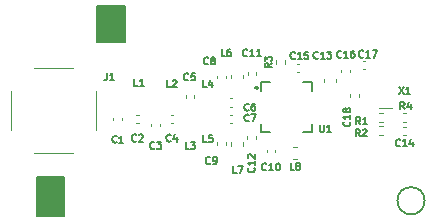
<source format=gto>
%TF.GenerationSoftware,KiCad,Pcbnew,(5.99.0-8703-ge6b2699d93)*%
%TF.CreationDate,2021-02-16T00:04:42+01:00*%
%TF.ProjectId,ax5243-test-board,61783532-3433-42d7-9465-73742d626f61,B*%
%TF.SameCoordinates,PX8954400PY4e33880*%
%TF.FileFunction,Legend,Top*%
%TF.FilePolarity,Positive*%
%FSLAX46Y46*%
G04 Gerber Fmt 4.6, Leading zero omitted, Abs format (unit mm)*
G04 Created by KiCad (PCBNEW (5.99.0-8703-ge6b2699d93)) date 2021-02-16 00:04:42*
%MOMM*%
%LPD*%
G01*
G04 APERTURE LIST*
%ADD10C,0.150000*%
%ADD11C,0.120000*%
G04 APERTURE END LIST*
D10*
X-14100000Y-5630000D02*
X-16400000Y-5630000D01*
X-16400000Y-5630000D02*
X-16400000Y-8900000D01*
X-16400000Y-8900000D02*
X-14100000Y-8900000D01*
X-14100000Y-8900000D02*
X-14100000Y-5630000D01*
G36*
X-14100000Y-5630000D02*
G01*
X-16400000Y-5630000D01*
X-16400000Y-8900000D01*
X-14100000Y-8900000D01*
X-14100000Y-5630000D01*
G37*
X-9000000Y8900000D02*
X-11300000Y8900000D01*
X-11300000Y8900000D02*
X-11300000Y5800000D01*
X-11300000Y5800000D02*
X-9000000Y5800000D01*
X-9000000Y5800000D02*
X-9000000Y8900000D01*
G36*
X-9000000Y8900000D02*
G01*
X-11300000Y8900000D01*
X-11300000Y5800000D01*
X-9000000Y5800000D01*
X-9000000Y8900000D01*
G37*
X16400000Y-7620000D02*
G75*
G03*
X16400000Y-7620000I-1150000J0D01*
G01*
%TO.C,C15*%
X5414285Y4425715D02*
X5385714Y4397143D01*
X5300000Y4368572D01*
X5242857Y4368572D01*
X5157142Y4397143D01*
X5100000Y4454286D01*
X5071428Y4511429D01*
X5042857Y4625715D01*
X5042857Y4711429D01*
X5071428Y4825715D01*
X5100000Y4882858D01*
X5157142Y4940000D01*
X5242857Y4968572D01*
X5300000Y4968572D01*
X5385714Y4940000D01*
X5414285Y4911429D01*
X5985714Y4368572D02*
X5642857Y4368572D01*
X5814285Y4368572D02*
X5814285Y4968572D01*
X5757142Y4882858D01*
X5700000Y4825715D01*
X5642857Y4797143D01*
X6528571Y4968572D02*
X6242857Y4968572D01*
X6214285Y4682858D01*
X6242857Y4711429D01*
X6300000Y4740000D01*
X6442857Y4740000D01*
X6500000Y4711429D01*
X6528571Y4682858D01*
X6557142Y4625715D01*
X6557142Y4482858D01*
X6528571Y4425715D01*
X6500000Y4397143D01*
X6442857Y4368572D01*
X6300000Y4368572D01*
X6242857Y4397143D01*
X6214285Y4425715D01*
%TO.C,C18*%
X10054285Y-935714D02*
X10082857Y-964285D01*
X10111428Y-1050000D01*
X10111428Y-1107142D01*
X10082857Y-1192857D01*
X10025714Y-1250000D01*
X9968571Y-1278571D01*
X9854285Y-1307142D01*
X9768571Y-1307142D01*
X9654285Y-1278571D01*
X9597142Y-1250000D01*
X9540000Y-1192857D01*
X9511428Y-1107142D01*
X9511428Y-1050000D01*
X9540000Y-964285D01*
X9568571Y-935714D01*
X10111428Y-364285D02*
X10111428Y-707142D01*
X10111428Y-535714D02*
X9511428Y-535714D01*
X9597142Y-592857D01*
X9654285Y-650000D01*
X9682857Y-707142D01*
X9768571Y-21428D02*
X9740000Y-78571D01*
X9711428Y-107142D01*
X9654285Y-135714D01*
X9625714Y-135714D01*
X9568571Y-107142D01*
X9540000Y-78571D01*
X9511428Y-21428D01*
X9511428Y92858D01*
X9540000Y150000D01*
X9568571Y178572D01*
X9625714Y207143D01*
X9654285Y207143D01*
X9711428Y178572D01*
X9740000Y150000D01*
X9768571Y92858D01*
X9768571Y-21428D01*
X9797142Y-78571D01*
X9825714Y-107142D01*
X9882857Y-135714D01*
X9997142Y-135714D01*
X10054285Y-107142D01*
X10082857Y-78571D01*
X10111428Y-21428D01*
X10111428Y92858D01*
X10082857Y150000D01*
X10054285Y178572D01*
X9997142Y207143D01*
X9882857Y207143D01*
X9825714Y178572D01*
X9797142Y150000D01*
X9768571Y92858D01*
%TO.C,L1*%
X-7900000Y2098572D02*
X-8185715Y2098572D01*
X-8185715Y2698572D01*
X-7385715Y2098572D02*
X-7728572Y2098572D01*
X-7557143Y2098572D02*
X-7557143Y2698572D01*
X-7614286Y2612858D01*
X-7671429Y2555715D01*
X-7728572Y2527143D01*
%TO.C,C13*%
X7364285Y4455715D02*
X7335714Y4427143D01*
X7250000Y4398572D01*
X7192857Y4398572D01*
X7107142Y4427143D01*
X7050000Y4484286D01*
X7021428Y4541429D01*
X6992857Y4655715D01*
X6992857Y4741429D01*
X7021428Y4855715D01*
X7050000Y4912858D01*
X7107142Y4970000D01*
X7192857Y4998572D01*
X7250000Y4998572D01*
X7335714Y4970000D01*
X7364285Y4941429D01*
X7935714Y4398572D02*
X7592857Y4398572D01*
X7764285Y4398572D02*
X7764285Y4998572D01*
X7707142Y4912858D01*
X7650000Y4855715D01*
X7592857Y4827143D01*
X8135714Y4998572D02*
X8507142Y4998572D01*
X8307142Y4770000D01*
X8392857Y4770000D01*
X8450000Y4741429D01*
X8478571Y4712858D01*
X8507142Y4655715D01*
X8507142Y4512858D01*
X8478571Y4455715D01*
X8450000Y4427143D01*
X8392857Y4398572D01*
X8221428Y4398572D01*
X8164285Y4427143D01*
X8135714Y4455715D01*
%TO.C,L4*%
X-2060000Y1988572D02*
X-2345715Y1988572D01*
X-2345715Y2588572D01*
X-1602858Y2388572D02*
X-1602858Y1988572D01*
X-1745715Y2617143D02*
X-1888572Y2188572D01*
X-1517143Y2188572D01*
%TO.C,C10*%
X3014285Y-5004285D02*
X2985714Y-5032857D01*
X2900000Y-5061428D01*
X2842857Y-5061428D01*
X2757142Y-5032857D01*
X2700000Y-4975714D01*
X2671428Y-4918571D01*
X2642857Y-4804285D01*
X2642857Y-4718571D01*
X2671428Y-4604285D01*
X2700000Y-4547142D01*
X2757142Y-4490000D01*
X2842857Y-4461428D01*
X2900000Y-4461428D01*
X2985714Y-4490000D01*
X3014285Y-4518571D01*
X3585714Y-5061428D02*
X3242857Y-5061428D01*
X3414285Y-5061428D02*
X3414285Y-4461428D01*
X3357142Y-4547142D01*
X3300000Y-4604285D01*
X3242857Y-4632857D01*
X3957142Y-4461428D02*
X4014285Y-4461428D01*
X4071428Y-4490000D01*
X4100000Y-4518571D01*
X4128571Y-4575714D01*
X4157142Y-4690000D01*
X4157142Y-4832857D01*
X4128571Y-4947142D01*
X4100000Y-5004285D01*
X4071428Y-5032857D01*
X4014285Y-5061428D01*
X3957142Y-5061428D01*
X3900000Y-5032857D01*
X3871428Y-5004285D01*
X3842857Y-4947142D01*
X3814285Y-4832857D01*
X3814285Y-4690000D01*
X3842857Y-4575714D01*
X3871428Y-4518571D01*
X3900000Y-4490000D01*
X3957142Y-4461428D01*
%TO.C,X1*%
X14214285Y1978572D02*
X14614285Y1378572D01*
X14614285Y1978572D02*
X14214285Y1378572D01*
X15157142Y1378572D02*
X14814285Y1378572D01*
X14985714Y1378572D02*
X14985714Y1978572D01*
X14928571Y1892858D01*
X14871428Y1835715D01*
X14814285Y1807143D01*
%TO.C,L6*%
X-500000Y4598572D02*
X-785715Y4598572D01*
X-785715Y5198572D01*
X-42858Y5198572D02*
X-157143Y5198572D01*
X-214286Y5170000D01*
X-242858Y5141429D01*
X-300000Y5055715D01*
X-328572Y4941429D01*
X-328572Y4712858D01*
X-300000Y4655715D01*
X-271429Y4627143D01*
X-214286Y4598572D01*
X-100000Y4598572D01*
X-42858Y4627143D01*
X-14286Y4655715D01*
X14285Y4712858D01*
X14285Y4855715D01*
X-14286Y4912858D01*
X-42858Y4941429D01*
X-100000Y4970000D01*
X-214286Y4970000D01*
X-271429Y4941429D01*
X-300000Y4912858D01*
X-328572Y4855715D01*
%TO.C,L8*%
X5350000Y-5001428D02*
X5064285Y-5001428D01*
X5064285Y-4401428D01*
X5635714Y-4658571D02*
X5578571Y-4630000D01*
X5550000Y-4601428D01*
X5521428Y-4544285D01*
X5521428Y-4515714D01*
X5550000Y-4458571D01*
X5578571Y-4430000D01*
X5635714Y-4401428D01*
X5750000Y-4401428D01*
X5807142Y-4430000D01*
X5835714Y-4458571D01*
X5864285Y-4515714D01*
X5864285Y-4544285D01*
X5835714Y-4601428D01*
X5807142Y-4630000D01*
X5750000Y-4658571D01*
X5635714Y-4658571D01*
X5578571Y-4687142D01*
X5550000Y-4715714D01*
X5521428Y-4772857D01*
X5521428Y-4887142D01*
X5550000Y-4944285D01*
X5578571Y-4972857D01*
X5635714Y-5001428D01*
X5750000Y-5001428D01*
X5807142Y-4972857D01*
X5835714Y-4944285D01*
X5864285Y-4887142D01*
X5864285Y-4772857D01*
X5835714Y-4715714D01*
X5807142Y-4687142D01*
X5750000Y-4658571D01*
%TO.C,J1*%
X-10500000Y3178572D02*
X-10500000Y2750000D01*
X-10528572Y2664286D01*
X-10585715Y2607143D01*
X-10671429Y2578572D01*
X-10728572Y2578572D01*
X-9900000Y2578572D02*
X-10242858Y2578572D01*
X-10071429Y2578572D02*
X-10071429Y3178572D01*
X-10128572Y3092858D01*
X-10185715Y3035715D01*
X-10242858Y3007143D01*
%TO.C,C4*%
X-5100000Y-2554285D02*
X-5128572Y-2582857D01*
X-5214286Y-2611428D01*
X-5271429Y-2611428D01*
X-5357143Y-2582857D01*
X-5414286Y-2525714D01*
X-5442858Y-2468571D01*
X-5471429Y-2354285D01*
X-5471429Y-2268571D01*
X-5442858Y-2154285D01*
X-5414286Y-2097142D01*
X-5357143Y-2040000D01*
X-5271429Y-2011428D01*
X-5214286Y-2011428D01*
X-5128572Y-2040000D01*
X-5100000Y-2068571D01*
X-4585715Y-2211428D02*
X-4585715Y-2611428D01*
X-4728572Y-1982857D02*
X-4871429Y-2411428D01*
X-4500000Y-2411428D01*
%TO.C,C7*%
X1500000Y-854285D02*
X1471428Y-882857D01*
X1385714Y-911428D01*
X1328571Y-911428D01*
X1242857Y-882857D01*
X1185714Y-825714D01*
X1157142Y-768571D01*
X1128571Y-654285D01*
X1128571Y-568571D01*
X1157142Y-454285D01*
X1185714Y-397142D01*
X1242857Y-340000D01*
X1328571Y-311428D01*
X1385714Y-311428D01*
X1471428Y-340000D01*
X1500000Y-368571D01*
X1700000Y-311428D02*
X2100000Y-311428D01*
X1842857Y-911428D01*
%TO.C,C3*%
X-6470000Y-3174285D02*
X-6498572Y-3202857D01*
X-6584286Y-3231428D01*
X-6641429Y-3231428D01*
X-6727143Y-3202857D01*
X-6784286Y-3145714D01*
X-6812858Y-3088571D01*
X-6841429Y-2974285D01*
X-6841429Y-2888571D01*
X-6812858Y-2774285D01*
X-6784286Y-2717142D01*
X-6727143Y-2660000D01*
X-6641429Y-2631428D01*
X-6584286Y-2631428D01*
X-6498572Y-2660000D01*
X-6470000Y-2688571D01*
X-6270000Y-2631428D02*
X-5898572Y-2631428D01*
X-6098572Y-2860000D01*
X-6012858Y-2860000D01*
X-5955715Y-2888571D01*
X-5927143Y-2917142D01*
X-5898572Y-2974285D01*
X-5898572Y-3117142D01*
X-5927143Y-3174285D01*
X-5955715Y-3202857D01*
X-6012858Y-3231428D01*
X-6184286Y-3231428D01*
X-6241429Y-3202857D01*
X-6270000Y-3174285D01*
%TO.C,C9*%
X-1760000Y-4444285D02*
X-1788572Y-4472857D01*
X-1874286Y-4501428D01*
X-1931429Y-4501428D01*
X-2017143Y-4472857D01*
X-2074286Y-4415714D01*
X-2102858Y-4358571D01*
X-2131429Y-4244285D01*
X-2131429Y-4158571D01*
X-2102858Y-4044285D01*
X-2074286Y-3987142D01*
X-2017143Y-3930000D01*
X-1931429Y-3901428D01*
X-1874286Y-3901428D01*
X-1788572Y-3930000D01*
X-1760000Y-3958571D01*
X-1474286Y-4501428D02*
X-1360000Y-4501428D01*
X-1302858Y-4472857D01*
X-1274286Y-4444285D01*
X-1217143Y-4358571D01*
X-1188572Y-4244285D01*
X-1188572Y-4015714D01*
X-1217143Y-3958571D01*
X-1245715Y-3930000D01*
X-1302858Y-3901428D01*
X-1417143Y-3901428D01*
X-1474286Y-3930000D01*
X-1502858Y-3958571D01*
X-1531429Y-4015714D01*
X-1531429Y-4158571D01*
X-1502858Y-4215714D01*
X-1474286Y-4244285D01*
X-1417143Y-4272857D01*
X-1302858Y-4272857D01*
X-1245715Y-4244285D01*
X-1217143Y-4215714D01*
X-1188572Y-4158571D01*
%TO.C,R3*%
X3451428Y4000000D02*
X3165714Y3800000D01*
X3451428Y3657143D02*
X2851428Y3657143D01*
X2851428Y3885715D01*
X2880000Y3942858D01*
X2908571Y3971429D01*
X2965714Y4000000D01*
X3051428Y4000000D01*
X3108571Y3971429D01*
X3137142Y3942858D01*
X3165714Y3885715D01*
X3165714Y3657143D01*
X2851428Y4200000D02*
X2851428Y4571429D01*
X3080000Y4371429D01*
X3080000Y4457143D01*
X3108571Y4514286D01*
X3137142Y4542858D01*
X3194285Y4571429D01*
X3337142Y4571429D01*
X3394285Y4542858D01*
X3422857Y4514286D01*
X3451428Y4457143D01*
X3451428Y4285715D01*
X3422857Y4228572D01*
X3394285Y4200000D01*
%TO.C,R1*%
X10970000Y-1161428D02*
X10770000Y-875714D01*
X10627142Y-1161428D02*
X10627142Y-561428D01*
X10855714Y-561428D01*
X10912857Y-590000D01*
X10941428Y-618571D01*
X10970000Y-675714D01*
X10970000Y-761428D01*
X10941428Y-818571D01*
X10912857Y-847142D01*
X10855714Y-875714D01*
X10627142Y-875714D01*
X11541428Y-1161428D02*
X11198571Y-1161428D01*
X11370000Y-1161428D02*
X11370000Y-561428D01*
X11312857Y-647142D01*
X11255714Y-704285D01*
X11198571Y-732857D01*
%TO.C,C8*%
X-1920000Y3985715D02*
X-1948572Y3957143D01*
X-2034286Y3928572D01*
X-2091429Y3928572D01*
X-2177143Y3957143D01*
X-2234286Y4014286D01*
X-2262858Y4071429D01*
X-2291429Y4185715D01*
X-2291429Y4271429D01*
X-2262858Y4385715D01*
X-2234286Y4442858D01*
X-2177143Y4500000D01*
X-2091429Y4528572D01*
X-2034286Y4528572D01*
X-1948572Y4500000D01*
X-1920000Y4471429D01*
X-1577143Y4271429D02*
X-1634286Y4300000D01*
X-1662858Y4328572D01*
X-1691429Y4385715D01*
X-1691429Y4414286D01*
X-1662858Y4471429D01*
X-1634286Y4500000D01*
X-1577143Y4528572D01*
X-1462858Y4528572D01*
X-1405715Y4500000D01*
X-1377143Y4471429D01*
X-1348572Y4414286D01*
X-1348572Y4385715D01*
X-1377143Y4328572D01*
X-1405715Y4300000D01*
X-1462858Y4271429D01*
X-1577143Y4271429D01*
X-1634286Y4242858D01*
X-1662858Y4214286D01*
X-1691429Y4157143D01*
X-1691429Y4042858D01*
X-1662858Y3985715D01*
X-1634286Y3957143D01*
X-1577143Y3928572D01*
X-1462858Y3928572D01*
X-1405715Y3957143D01*
X-1377143Y3985715D01*
X-1348572Y4042858D01*
X-1348572Y4157143D01*
X-1377143Y4214286D01*
X-1405715Y4242858D01*
X-1462858Y4271429D01*
%TO.C,U1*%
X7542857Y-1171428D02*
X7542857Y-1657142D01*
X7571428Y-1714285D01*
X7600000Y-1742857D01*
X7657142Y-1771428D01*
X7771428Y-1771428D01*
X7828571Y-1742857D01*
X7857142Y-1714285D01*
X7885714Y-1657142D01*
X7885714Y-1171428D01*
X8485714Y-1771428D02*
X8142857Y-1771428D01*
X8314285Y-1771428D02*
X8314285Y-1171428D01*
X8257142Y-1257142D01*
X8200000Y-1314285D01*
X8142857Y-1342857D01*
%TO.C,R4*%
X14700000Y148572D02*
X14500000Y434286D01*
X14357142Y148572D02*
X14357142Y748572D01*
X14585714Y748572D01*
X14642857Y720000D01*
X14671428Y691429D01*
X14700000Y634286D01*
X14700000Y548572D01*
X14671428Y491429D01*
X14642857Y462858D01*
X14585714Y434286D01*
X14357142Y434286D01*
X15214285Y548572D02*
X15214285Y148572D01*
X15071428Y777143D02*
X14928571Y348572D01*
X15300000Y348572D01*
%TO.C,L2*%
X-5100000Y1998572D02*
X-5385715Y1998572D01*
X-5385715Y2598572D01*
X-4928572Y2541429D02*
X-4900000Y2570000D01*
X-4842858Y2598572D01*
X-4700000Y2598572D01*
X-4642858Y2570000D01*
X-4614286Y2541429D01*
X-4585715Y2484286D01*
X-4585715Y2427143D01*
X-4614286Y2341429D01*
X-4957143Y1998572D01*
X-4585715Y1998572D01*
%TO.C,R2*%
X10930000Y-2181428D02*
X10730000Y-1895714D01*
X10587142Y-2181428D02*
X10587142Y-1581428D01*
X10815714Y-1581428D01*
X10872857Y-1610000D01*
X10901428Y-1638571D01*
X10930000Y-1695714D01*
X10930000Y-1781428D01*
X10901428Y-1838571D01*
X10872857Y-1867142D01*
X10815714Y-1895714D01*
X10587142Y-1895714D01*
X11158571Y-1638571D02*
X11187142Y-1610000D01*
X11244285Y-1581428D01*
X11387142Y-1581428D01*
X11444285Y-1610000D01*
X11472857Y-1638571D01*
X11501428Y-1695714D01*
X11501428Y-1752857D01*
X11472857Y-1838571D01*
X11130000Y-2181428D01*
X11501428Y-2181428D01*
%TO.C,C12*%
X1964285Y-4835714D02*
X1992857Y-4864285D01*
X2021428Y-4950000D01*
X2021428Y-5007142D01*
X1992857Y-5092857D01*
X1935714Y-5150000D01*
X1878571Y-5178571D01*
X1764285Y-5207142D01*
X1678571Y-5207142D01*
X1564285Y-5178571D01*
X1507142Y-5150000D01*
X1450000Y-5092857D01*
X1421428Y-5007142D01*
X1421428Y-4950000D01*
X1450000Y-4864285D01*
X1478571Y-4835714D01*
X2021428Y-4264285D02*
X2021428Y-4607142D01*
X2021428Y-4435714D02*
X1421428Y-4435714D01*
X1507142Y-4492857D01*
X1564285Y-4550000D01*
X1592857Y-4607142D01*
X1478571Y-4035714D02*
X1450000Y-4007142D01*
X1421428Y-3950000D01*
X1421428Y-3807142D01*
X1450000Y-3750000D01*
X1478571Y-3721428D01*
X1535714Y-3692857D01*
X1592857Y-3692857D01*
X1678571Y-3721428D01*
X2021428Y-4064285D01*
X2021428Y-3692857D01*
%TO.C,L7*%
X500000Y-5261428D02*
X214285Y-5261428D01*
X214285Y-4661428D01*
X642857Y-4661428D02*
X1042857Y-4661428D01*
X785714Y-5261428D01*
%TO.C,C17*%
X11224285Y4555715D02*
X11195714Y4527143D01*
X11110000Y4498572D01*
X11052857Y4498572D01*
X10967142Y4527143D01*
X10910000Y4584286D01*
X10881428Y4641429D01*
X10852857Y4755715D01*
X10852857Y4841429D01*
X10881428Y4955715D01*
X10910000Y5012858D01*
X10967142Y5070000D01*
X11052857Y5098572D01*
X11110000Y5098572D01*
X11195714Y5070000D01*
X11224285Y5041429D01*
X11795714Y4498572D02*
X11452857Y4498572D01*
X11624285Y4498572D02*
X11624285Y5098572D01*
X11567142Y5012858D01*
X11510000Y4955715D01*
X11452857Y4927143D01*
X11995714Y5098572D02*
X12395714Y5098572D01*
X12138571Y4498572D01*
%TO.C,L3*%
X-3550000Y-3241428D02*
X-3835715Y-3241428D01*
X-3835715Y-2641428D01*
X-3407143Y-2641428D02*
X-3035715Y-2641428D01*
X-3235715Y-2870000D01*
X-3150000Y-2870000D01*
X-3092858Y-2898571D01*
X-3064286Y-2927142D01*
X-3035715Y-2984285D01*
X-3035715Y-3127142D01*
X-3064286Y-3184285D01*
X-3092858Y-3212857D01*
X-3150000Y-3241428D01*
X-3321429Y-3241428D01*
X-3378572Y-3212857D01*
X-3407143Y-3184285D01*
%TO.C,C2*%
X-8000000Y-2554285D02*
X-8028572Y-2582857D01*
X-8114286Y-2611428D01*
X-8171429Y-2611428D01*
X-8257143Y-2582857D01*
X-8314286Y-2525714D01*
X-8342858Y-2468571D01*
X-8371429Y-2354285D01*
X-8371429Y-2268571D01*
X-8342858Y-2154285D01*
X-8314286Y-2097142D01*
X-8257143Y-2040000D01*
X-8171429Y-2011428D01*
X-8114286Y-2011428D01*
X-8028572Y-2040000D01*
X-8000000Y-2068571D01*
X-7771429Y-2068571D02*
X-7742858Y-2040000D01*
X-7685715Y-2011428D01*
X-7542858Y-2011428D01*
X-7485715Y-2040000D01*
X-7457143Y-2068571D01*
X-7428572Y-2125714D01*
X-7428572Y-2182857D01*
X-7457143Y-2268571D01*
X-7800000Y-2611428D01*
X-7428572Y-2611428D01*
%TO.C,C1*%
X-9670000Y-2654285D02*
X-9698572Y-2682857D01*
X-9784286Y-2711428D01*
X-9841429Y-2711428D01*
X-9927143Y-2682857D01*
X-9984286Y-2625714D01*
X-10012858Y-2568571D01*
X-10041429Y-2454285D01*
X-10041429Y-2368571D01*
X-10012858Y-2254285D01*
X-9984286Y-2197142D01*
X-9927143Y-2140000D01*
X-9841429Y-2111428D01*
X-9784286Y-2111428D01*
X-9698572Y-2140000D01*
X-9670000Y-2168571D01*
X-9098572Y-2711428D02*
X-9441429Y-2711428D01*
X-9270000Y-2711428D02*
X-9270000Y-2111428D01*
X-9327143Y-2197142D01*
X-9384286Y-2254285D01*
X-9441429Y-2282857D01*
%TO.C,C5*%
X-3590000Y2615715D02*
X-3618572Y2587143D01*
X-3704286Y2558572D01*
X-3761429Y2558572D01*
X-3847143Y2587143D01*
X-3904286Y2644286D01*
X-3932858Y2701429D01*
X-3961429Y2815715D01*
X-3961429Y2901429D01*
X-3932858Y3015715D01*
X-3904286Y3072858D01*
X-3847143Y3130000D01*
X-3761429Y3158572D01*
X-3704286Y3158572D01*
X-3618572Y3130000D01*
X-3590000Y3101429D01*
X-3047143Y3158572D02*
X-3332858Y3158572D01*
X-3361429Y2872858D01*
X-3332858Y2901429D01*
X-3275715Y2930000D01*
X-3132858Y2930000D01*
X-3075715Y2901429D01*
X-3047143Y2872858D01*
X-3018572Y2815715D01*
X-3018572Y2672858D01*
X-3047143Y2615715D01*
X-3075715Y2587143D01*
X-3132858Y2558572D01*
X-3275715Y2558572D01*
X-3332858Y2587143D01*
X-3361429Y2615715D01*
%TO.C,C16*%
X9344285Y4545715D02*
X9315714Y4517143D01*
X9230000Y4488572D01*
X9172857Y4488572D01*
X9087142Y4517143D01*
X9030000Y4574286D01*
X9001428Y4631429D01*
X8972857Y4745715D01*
X8972857Y4831429D01*
X9001428Y4945715D01*
X9030000Y5002858D01*
X9087142Y5060000D01*
X9172857Y5088572D01*
X9230000Y5088572D01*
X9315714Y5060000D01*
X9344285Y5031429D01*
X9915714Y4488572D02*
X9572857Y4488572D01*
X9744285Y4488572D02*
X9744285Y5088572D01*
X9687142Y5002858D01*
X9630000Y4945715D01*
X9572857Y4917143D01*
X10430000Y5088572D02*
X10315714Y5088572D01*
X10258571Y5060000D01*
X10230000Y5031429D01*
X10172857Y4945715D01*
X10144285Y4831429D01*
X10144285Y4602858D01*
X10172857Y4545715D01*
X10201428Y4517143D01*
X10258571Y4488572D01*
X10372857Y4488572D01*
X10430000Y4517143D01*
X10458571Y4545715D01*
X10487142Y4602858D01*
X10487142Y4745715D01*
X10458571Y4802858D01*
X10430000Y4831429D01*
X10372857Y4860000D01*
X10258571Y4860000D01*
X10201428Y4831429D01*
X10172857Y4802858D01*
X10144285Y4745715D01*
%TO.C,L5*%
X-2050000Y-2661428D02*
X-2335715Y-2661428D01*
X-2335715Y-2061428D01*
X-1564286Y-2061428D02*
X-1850000Y-2061428D01*
X-1878572Y-2347142D01*
X-1850000Y-2318571D01*
X-1792858Y-2290000D01*
X-1650000Y-2290000D01*
X-1592858Y-2318571D01*
X-1564286Y-2347142D01*
X-1535715Y-2404285D01*
X-1535715Y-2547142D01*
X-1564286Y-2604285D01*
X-1592858Y-2632857D01*
X-1650000Y-2661428D01*
X-1792858Y-2661428D01*
X-1850000Y-2632857D01*
X-1878572Y-2604285D01*
%TO.C,C14*%
X14314285Y-2974285D02*
X14285714Y-3002857D01*
X14200000Y-3031428D01*
X14142857Y-3031428D01*
X14057142Y-3002857D01*
X14000000Y-2945714D01*
X13971428Y-2888571D01*
X13942857Y-2774285D01*
X13942857Y-2688571D01*
X13971428Y-2574285D01*
X14000000Y-2517142D01*
X14057142Y-2460000D01*
X14142857Y-2431428D01*
X14200000Y-2431428D01*
X14285714Y-2460000D01*
X14314285Y-2488571D01*
X14885714Y-3031428D02*
X14542857Y-3031428D01*
X14714285Y-3031428D02*
X14714285Y-2431428D01*
X14657142Y-2517142D01*
X14600000Y-2574285D01*
X14542857Y-2602857D01*
X15400000Y-2631428D02*
X15400000Y-3031428D01*
X15257142Y-2402857D02*
X15114285Y-2831428D01*
X15485714Y-2831428D01*
%TO.C,C11*%
X1404285Y4655715D02*
X1375714Y4627143D01*
X1290000Y4598572D01*
X1232857Y4598572D01*
X1147142Y4627143D01*
X1090000Y4684286D01*
X1061428Y4741429D01*
X1032857Y4855715D01*
X1032857Y4941429D01*
X1061428Y5055715D01*
X1090000Y5112858D01*
X1147142Y5170000D01*
X1232857Y5198572D01*
X1290000Y5198572D01*
X1375714Y5170000D01*
X1404285Y5141429D01*
X1975714Y4598572D02*
X1632857Y4598572D01*
X1804285Y4598572D02*
X1804285Y5198572D01*
X1747142Y5112858D01*
X1690000Y5055715D01*
X1632857Y5027143D01*
X2547142Y4598572D02*
X2204285Y4598572D01*
X2375714Y4598572D02*
X2375714Y5198572D01*
X2318571Y5112858D01*
X2261428Y5055715D01*
X2204285Y5027143D01*
%TO.C,C6*%
X1500000Y45715D02*
X1471428Y17143D01*
X1385714Y-11428D01*
X1328571Y-11428D01*
X1242857Y17143D01*
X1185714Y74286D01*
X1157142Y131429D01*
X1128571Y245715D01*
X1128571Y331429D01*
X1157142Y445715D01*
X1185714Y502858D01*
X1242857Y560000D01*
X1328571Y588572D01*
X1385714Y588572D01*
X1471428Y560000D01*
X1500000Y531429D01*
X2014285Y588572D02*
X1900000Y588572D01*
X1842857Y560000D01*
X1814285Y531429D01*
X1757142Y445715D01*
X1728571Y331429D01*
X1728571Y102858D01*
X1757142Y45715D01*
X1785714Y17143D01*
X1842857Y-11428D01*
X1957142Y-11428D01*
X2014285Y17143D01*
X2042857Y45715D01*
X2071428Y102858D01*
X2071428Y245715D01*
X2042857Y302858D01*
X2014285Y331429D01*
X1957142Y360000D01*
X1842857Y360000D01*
X1785714Y331429D01*
X1757142Y302858D01*
X1728571Y245715D01*
D11*
%TO.C,C15*%
X5787836Y3960000D02*
X5572164Y3960000D01*
X5787836Y3240000D02*
X5572164Y3240000D01*
%TO.C,C18*%
X10830000Y1162164D02*
X10830000Y1377836D01*
X10110000Y1162164D02*
X10110000Y1377836D01*
%TO.C,C13*%
X7900000Y2409420D02*
X7900000Y2690580D01*
X8920000Y2409420D02*
X8920000Y2690580D01*
%TO.C,C10*%
X3760000Y-3507836D02*
X3760000Y-3292164D01*
X3040000Y-3507836D02*
X3040000Y-3292164D01*
%TO.C,X1*%
X12500000Y250000D02*
X13640000Y250000D01*
%TO.C,L6*%
X-10000Y3062779D02*
X-10000Y2737221D01*
X1010000Y3062779D02*
X1010000Y2737221D01*
%TO.C,L8*%
X5612779Y-3040000D02*
X5287221Y-3040000D01*
X5612779Y-4060000D02*
X5287221Y-4060000D01*
%TO.C,J1*%
X-11390000Y-1660000D02*
X-11390000Y1660000D01*
X-16660000Y3610000D02*
X-13340000Y3610000D01*
X-16660000Y-3610000D02*
X-13340000Y-3610000D01*
X-18610000Y-1660000D02*
X-18610000Y1660000D01*
%TO.C,C4*%
X-5107836Y-340000D02*
X-4892164Y-340000D01*
X-5107836Y-1060000D02*
X-4892164Y-1060000D01*
%TO.C,C7*%
X-107836Y-1060000D02*
X107836Y-1060000D01*
X-107836Y-340000D02*
X107836Y-340000D01*
%TO.C,C3*%
X-6760000Y-1307836D02*
X-6760000Y-1092164D01*
X-6040000Y-1307836D02*
X-6040000Y-1092164D01*
%TO.C,C9*%
X-440000Y-2662164D02*
X-440000Y-2877836D01*
X-1160000Y-2662164D02*
X-1160000Y-2877836D01*
%TO.C,R3*%
X4580000Y4253641D02*
X4580000Y3946359D01*
X3820000Y4253641D02*
X3820000Y3946359D01*
%TO.C,R1*%
X12853641Y-970000D02*
X12546359Y-970000D01*
X12853641Y-210000D02*
X12546359Y-210000D01*
%TO.C,C8*%
X-440000Y2967836D02*
X-440000Y2752164D01*
X-1160000Y2967836D02*
X-1160000Y2752164D01*
D10*
%TO.C,U1*%
X2573000Y-1104000D02*
X2573000Y-1827000D01*
X6104000Y-1827000D02*
X6827000Y-1827000D01*
X2573000Y2427000D02*
X3296000Y2427000D01*
X2573000Y-1827000D02*
X3296000Y-1827000D01*
X6827000Y2427000D02*
X6827000Y1704000D01*
X2573000Y1704000D02*
X2573000Y2427000D01*
X2065000Y1958000D02*
X2192000Y2085000D01*
X2192000Y2085000D02*
X2319000Y1958000D01*
X6827000Y-1827000D02*
X6827000Y-1104000D01*
X2319000Y1958000D02*
X2192000Y1831000D01*
X2192000Y1831000D02*
X2065000Y1958000D01*
X6104000Y2427000D02*
X6827000Y2427000D01*
D11*
%TO.C,R4*%
X14853641Y-990000D02*
X14546359Y-990000D01*
X14853641Y-230000D02*
X14546359Y-230000D01*
%TO.C,R2*%
X12863641Y-1310000D02*
X12556359Y-1310000D01*
X12863641Y-2070000D02*
X12556359Y-2070000D01*
%TO.C,C12*%
X2120000Y-2357836D02*
X2120000Y-2142164D01*
X1400000Y-2357836D02*
X1400000Y-2142164D01*
%TO.C,L7*%
X-10000Y-2637221D02*
X-10000Y-2962779D01*
X1010000Y-2637221D02*
X1010000Y-2962779D01*
%TO.C,C17*%
X11162164Y4220000D02*
X11377836Y4220000D01*
X11162164Y3500000D02*
X11377836Y3500000D01*
%TO.C,C2*%
X-8007836Y-340000D02*
X-7792164Y-340000D01*
X-8007836Y-1060000D02*
X-7792164Y-1060000D01*
%TO.C,C1*%
X-9960000Y-817836D02*
X-9960000Y-602164D01*
X-9240000Y-817836D02*
X-9240000Y-602164D01*
%TO.C,C5*%
X-3840000Y1297836D02*
X-3840000Y1082164D01*
X-3120000Y1297836D02*
X-3120000Y1082164D01*
%TO.C,C16*%
X9340000Y3477836D02*
X9340000Y3262164D01*
X10060000Y3477836D02*
X10060000Y3262164D01*
%TO.C,C14*%
X14807836Y-2060000D02*
X14592164Y-2060000D01*
X14807836Y-1340000D02*
X14592164Y-1340000D01*
%TO.C,C11*%
X2160000Y3237836D02*
X2160000Y3022164D01*
X1440000Y3237836D02*
X1440000Y3022164D01*
%TO.C,C6*%
X-107836Y340000D02*
X107836Y340000D01*
X-107836Y1060000D02*
X107836Y1060000D01*
%TD*%
M02*

</source>
